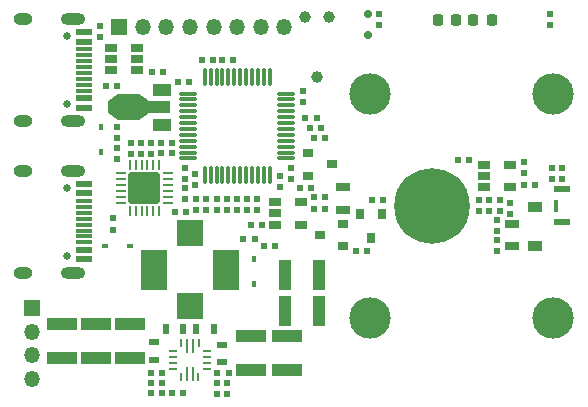
<source format=gts>
G04 #@! TF.GenerationSoftware,KiCad,Pcbnew,6.0.2+dfsg-1*
G04 #@! TF.CreationDate,2022-08-31T22:25:43-07:00*
G04 #@! TF.ProjectId,OPS,4f50532e-6b69-4636-9164-5f7063625858,rev?*
G04 #@! TF.SameCoordinates,Original*
G04 #@! TF.FileFunction,Soldermask,Top*
G04 #@! TF.FilePolarity,Negative*
%FSLAX46Y46*%
G04 Gerber Fmt 4.6, Leading zero omitted, Abs format (unit mm)*
G04 Created by KiCad (PCBNEW 6.0.2+dfsg-1) date 2022-08-31 22:25:43*
%MOMM*%
%LPD*%
G01*
G04 APERTURE LIST*
G04 Aperture macros list*
%AMRoundRect*
0 Rectangle with rounded corners*
0 $1 Rounding radius*
0 $2 $3 $4 $5 $6 $7 $8 $9 X,Y pos of 4 corners*
0 Add a 4 corners polygon primitive as box body*
4,1,4,$2,$3,$4,$5,$6,$7,$8,$9,$2,$3,0*
0 Add four circle primitives for the rounded corners*
1,1,$1+$1,$2,$3*
1,1,$1+$1,$4,$5*
1,1,$1+$1,$6,$7*
1,1,$1+$1,$8,$9*
0 Add four rect primitives between the rounded corners*
20,1,$1+$1,$2,$3,$4,$5,0*
20,1,$1+$1,$4,$5,$6,$7,0*
20,1,$1+$1,$6,$7,$8,$9,0*
20,1,$1+$1,$8,$9,$2,$3,0*%
%AMOutline4P*
0 Free polygon, 4 corners , with rotation*
0 The origin of the aperture is its center*
0 number of corners: always 4*
0 $1 to $8 corner X, Y*
0 $9 Rotation angle, in degrees counterclockwise*
0 create outline with 4 corners*
4,1,4,$1,$2,$3,$4,$5,$6,$7,$8,$1,$2,$9*%
G04 Aperture macros list end*
%ADD10R,2.285000X3.430000*%
%ADD11R,2.285000X2.285000*%
%ADD12C,3.500000*%
%ADD13C,0.650000*%
%ADD14R,1.450000X0.600000*%
%ADD15R,1.450000X0.300000*%
%ADD16O,2.100000X1.000000*%
%ADD17O,1.600000X1.000000*%
%ADD18R,2.600000X1.000000*%
%ADD19R,1.300000X0.700000*%
%ADD20R,1.000000X2.600000*%
%ADD21R,0.450000X0.600000*%
%ADD22R,0.600000X0.500000*%
%ADD23R,0.500000X0.600000*%
%ADD24R,0.600000X0.900000*%
%ADD25R,0.900000X0.600000*%
%ADD26R,1.200000X0.900000*%
%ADD27R,0.800000X0.900000*%
%ADD28R,0.900000X0.800000*%
%ADD29RoundRect,0.062500X-0.350000X-0.062500X0.350000X-0.062500X0.350000X0.062500X-0.350000X0.062500X0*%
%ADD30RoundRect,0.062500X-0.062500X-0.350000X0.062500X-0.350000X0.062500X0.350000X-0.062500X0.350000X0*%
%ADD31RoundRect,0.250001X-1.099999X-1.099999X1.099999X-1.099999X1.099999X1.099999X-1.099999X1.099999X0*%
%ADD32R,1.500000X1.000000*%
%ADD33R,1.800000X1.000000*%
%ADD34R,1.840000X2.200000*%
%ADD35Outline4P,-1.100000X-0.425000X1.100000X-0.425000X0.500000X0.425000X-0.500000X0.425000X90.000000*%
%ADD36Outline4P,-1.100000X-0.500000X1.100000X-0.500000X0.400000X0.500000X-0.400000X0.500000X270.000000*%
%ADD37RoundRect,0.075000X-0.662500X-0.075000X0.662500X-0.075000X0.662500X0.075000X-0.662500X0.075000X0*%
%ADD38RoundRect,0.075000X-0.075000X-0.662500X0.075000X-0.662500X0.075000X0.662500X-0.075000X0.662500X0*%
%ADD39R,0.800000X0.250000*%
%ADD40R,0.700000X0.250000*%
%ADD41R,0.250000X0.700000*%
%ADD42R,0.250000X1.200000*%
%ADD43R,1.060000X0.650000*%
%ADD44RoundRect,0.218750X-0.218750X-0.256250X0.218750X-0.256250X0.218750X0.256250X-0.218750X0.256250X0*%
%ADD45RoundRect,0.218750X0.218750X0.256250X-0.218750X0.256250X-0.218750X-0.256250X0.218750X-0.256250X0*%
%ADD46R,1.350000X1.350000*%
%ADD47O,1.350000X1.350000*%
%ADD48R,1.410000X0.600000*%
%ADD49R,0.430000X1.080000*%
%ADD50C,6.400000*%
%ADD51R,0.600000X0.450000*%
%ADD52C,0.988060*%
%ADD53C,0.985520*%
%ADD54C,0.700000*%
G04 APERTURE END LIST*
D10*
X62947500Y-72900000D03*
X69052500Y-72900000D03*
D11*
X66000000Y-75952500D03*
X66000000Y-69847500D03*
D12*
X96750000Y-58000000D03*
X81250000Y-58000000D03*
X96750000Y-77000000D03*
X81250000Y-77000000D03*
D13*
X55555000Y-53110000D03*
X55555000Y-58890000D03*
D14*
X57000000Y-52800000D03*
X57000000Y-53600000D03*
D15*
X57000000Y-54750000D03*
X57000000Y-55750000D03*
X57000000Y-56250000D03*
X57000000Y-57250000D03*
D14*
X57000000Y-53600000D03*
X57000000Y-52800000D03*
X57000000Y-59200000D03*
X57000000Y-58400000D03*
D15*
X57000000Y-57750000D03*
X57000000Y-56750000D03*
X57000000Y-55250000D03*
X57000000Y-54250000D03*
D14*
X57000000Y-58400000D03*
X57000000Y-59200000D03*
D16*
X56085000Y-51680000D03*
D17*
X51905000Y-60320000D03*
X51905000Y-51680000D03*
D16*
X56085000Y-60320000D03*
D13*
X55555000Y-65960000D03*
X55555000Y-71740000D03*
D14*
X57000000Y-65650000D03*
X57000000Y-66450000D03*
D15*
X57000000Y-67600000D03*
X57000000Y-68600000D03*
X57000000Y-69100000D03*
X57000000Y-70100000D03*
D14*
X57000000Y-66450000D03*
X57000000Y-65650000D03*
X57000000Y-72050000D03*
X57000000Y-71250000D03*
D15*
X57000000Y-70600000D03*
X57000000Y-69600000D03*
X57000000Y-68100000D03*
X57000000Y-67100000D03*
D14*
X57000000Y-71250000D03*
X57000000Y-72050000D03*
D16*
X56085000Y-64530000D03*
D17*
X51905000Y-73170000D03*
X51905000Y-64530000D03*
D16*
X56085000Y-73170000D03*
D18*
X55150000Y-77500000D03*
X55150000Y-80400000D03*
X58050000Y-77500000D03*
X58050000Y-80400000D03*
X60950000Y-77500000D03*
X60950000Y-80400000D03*
X74200000Y-78550000D03*
X74200000Y-81450000D03*
D19*
X93250000Y-69050000D03*
X93250000Y-70950000D03*
D18*
X71200000Y-78550000D03*
X71200000Y-81450000D03*
D20*
X74050000Y-76400000D03*
X76950000Y-76400000D03*
X74050000Y-73400000D03*
X76950000Y-73400000D03*
D21*
X58500000Y-60850000D03*
X58500000Y-62950000D03*
D22*
X62700000Y-63088750D03*
X62700000Y-62148750D03*
X61000000Y-63088750D03*
X61000000Y-62148750D03*
X59850000Y-63520000D03*
X59850000Y-62580000D03*
X61850000Y-63088750D03*
X61850000Y-62148750D03*
X59850000Y-61795000D03*
X59850000Y-60855000D03*
D23*
X63745000Y-56200000D03*
X62805000Y-56200000D03*
D22*
X65550000Y-64280000D03*
X65550000Y-65220000D03*
D23*
X63670000Y-82500000D03*
X62730000Y-82500000D03*
X68330000Y-81700000D03*
X69270000Y-81700000D03*
D24*
X63950000Y-77900000D03*
X65450000Y-77900000D03*
D25*
X68700000Y-79250000D03*
X68700000Y-80750000D03*
D22*
X69100000Y-83470000D03*
X69100000Y-82530000D03*
X75600000Y-57780000D03*
X75600000Y-58720000D03*
X66450000Y-64830000D03*
X66450000Y-65770000D03*
D23*
X64980000Y-57050000D03*
X65920000Y-57050000D03*
X67030000Y-55200000D03*
X67970000Y-55200000D03*
D22*
X73650000Y-65920000D03*
X73650000Y-64980000D03*
D26*
X95250000Y-67600000D03*
X95250000Y-70900000D03*
D27*
X82288827Y-68200000D03*
X80388827Y-68200000D03*
X81338827Y-70200000D03*
D28*
X79000000Y-70950000D03*
X79000000Y-69050000D03*
X77000000Y-70000000D03*
D22*
X58350000Y-52305000D03*
X58350000Y-53245000D03*
D23*
X58880000Y-57350000D03*
X59820000Y-57350000D03*
X64730000Y-68050000D03*
X65670000Y-68050000D03*
D22*
X59450000Y-69520000D03*
X59450000Y-68580000D03*
D23*
X69670000Y-55200000D03*
X68730000Y-55200000D03*
D22*
X70800000Y-67870000D03*
X70800000Y-66930000D03*
X71650000Y-67870000D03*
X71650000Y-66930000D03*
X74550000Y-65270000D03*
X74550000Y-64330000D03*
D23*
X77070000Y-60900000D03*
X76130000Y-60900000D03*
X62730000Y-81650000D03*
X63670000Y-81650000D03*
D22*
X65550000Y-66970000D03*
X65550000Y-66030000D03*
D23*
X63530000Y-63050000D03*
X64470000Y-63050000D03*
X65420000Y-83350000D03*
X64480000Y-83350000D03*
X63670000Y-83350000D03*
X62730000Y-83350000D03*
D22*
X68250000Y-83470000D03*
X68250000Y-82530000D03*
D23*
X81380000Y-67050000D03*
X82320000Y-67050000D03*
X72280000Y-70950000D03*
X73220000Y-70950000D03*
X76530000Y-67750000D03*
X77470000Y-67750000D03*
X71130000Y-69100000D03*
X72070000Y-69100000D03*
D19*
X79000000Y-67850000D03*
X79000000Y-65950000D03*
D23*
X76530000Y-66750000D03*
X77470000Y-66750000D03*
D22*
X92000000Y-68730000D03*
X92000000Y-69670000D03*
X92000000Y-70430000D03*
X92000000Y-71370000D03*
X96650000Y-65270000D03*
X96650000Y-64330000D03*
X97500000Y-65270000D03*
X97500000Y-64330000D03*
D29*
X60187500Y-64768750D03*
X60187500Y-65268750D03*
X60187500Y-65768750D03*
X60187500Y-66268750D03*
X60187500Y-66768750D03*
X60187500Y-67268750D03*
D30*
X60900000Y-67981250D03*
X61400000Y-67981250D03*
X61900000Y-67981250D03*
X62400000Y-67981250D03*
X62900000Y-67981250D03*
X63400000Y-67981250D03*
D29*
X64112500Y-67268750D03*
X64112500Y-66768750D03*
X64112500Y-66268750D03*
X64112500Y-65768750D03*
X64112500Y-65268750D03*
X64112500Y-64768750D03*
D30*
X63400000Y-64056250D03*
X62900000Y-64056250D03*
X62400000Y-64056250D03*
X61900000Y-64056250D03*
X61400000Y-64056250D03*
X60900000Y-64056250D03*
D31*
X62150000Y-66018750D03*
D32*
X63603800Y-60668750D03*
D33*
X63457300Y-59168750D03*
D34*
X60790300Y-59168750D03*
D35*
X59456800Y-59168750D03*
D36*
X62200000Y-59168750D03*
D32*
X63603800Y-57668750D03*
D37*
X65837500Y-58000000D03*
X65837500Y-58500000D03*
X65837500Y-59000000D03*
X65837500Y-59500000D03*
X65837500Y-60000000D03*
X65837500Y-60500000D03*
X65837500Y-61000000D03*
X65837500Y-61500000D03*
X65837500Y-62000000D03*
X65837500Y-62500000D03*
X65837500Y-63000000D03*
X65837500Y-63500000D03*
D38*
X67250000Y-64912500D03*
X67750000Y-64912500D03*
X68250000Y-64912500D03*
X68750000Y-64912500D03*
X69250000Y-64912500D03*
X69750000Y-64912500D03*
X70250000Y-64912500D03*
X70750000Y-64912500D03*
X71250000Y-64912500D03*
X71750000Y-64912500D03*
X72250000Y-64912500D03*
X72750000Y-64912500D03*
D37*
X74162500Y-63500000D03*
X74162500Y-63000000D03*
X74162500Y-62500000D03*
X74162500Y-62000000D03*
X74162500Y-61500000D03*
X74162500Y-61000000D03*
X74162500Y-60500000D03*
X74162500Y-60000000D03*
X74162500Y-59500000D03*
X74162500Y-59000000D03*
X74162500Y-58500000D03*
X74162500Y-58000000D03*
D38*
X72750000Y-56587500D03*
X72250000Y-56587500D03*
X71750000Y-56587500D03*
X71250000Y-56587500D03*
X70750000Y-56587500D03*
X70250000Y-56587500D03*
X69750000Y-56587500D03*
X69250000Y-56587500D03*
X68750000Y-56587500D03*
X68250000Y-56587500D03*
X67750000Y-56587500D03*
X67250000Y-56587500D03*
D39*
X64600000Y-79800000D03*
D40*
X64550000Y-80300000D03*
X64550000Y-80800000D03*
X64550000Y-81300000D03*
D41*
X65250000Y-82000000D03*
D42*
X65750000Y-81750000D03*
X66250000Y-81750000D03*
D41*
X66700000Y-82000000D03*
D40*
X67450000Y-81300000D03*
X67450000Y-80800000D03*
X67450000Y-80300000D03*
X67450000Y-79800000D03*
D41*
X66750000Y-79100000D03*
D42*
X66250000Y-79350000D03*
X65750000Y-79350000D03*
D41*
X65250000Y-79100000D03*
D43*
X59325000Y-54125000D03*
X59325000Y-55075000D03*
X59325000Y-56025000D03*
X61525000Y-56025000D03*
X61525000Y-55075000D03*
X61525000Y-54125000D03*
X73175000Y-67200000D03*
X73175000Y-68150000D03*
X73175000Y-69100000D03*
X75375000Y-69100000D03*
X75375000Y-67200000D03*
D22*
X67400000Y-66930000D03*
X67400000Y-67870000D03*
X93100000Y-68170000D03*
X93100000Y-67230000D03*
X91350000Y-67970000D03*
X91350000Y-67030000D03*
D44*
X86962500Y-51750000D03*
X88537500Y-51750000D03*
D45*
X91537500Y-51750000D03*
X89962500Y-51750000D03*
D46*
X52600000Y-76150000D03*
D47*
X52600000Y-78150000D03*
X52600000Y-80150000D03*
X52600000Y-82150000D03*
D46*
X60000000Y-52400000D03*
D47*
X62000000Y-52400000D03*
X64000000Y-52400000D03*
X66000000Y-52400000D03*
X68000000Y-52400000D03*
X70000000Y-52400000D03*
X72000000Y-52400000D03*
X74000000Y-52400000D03*
D22*
X82000000Y-51280000D03*
X82000000Y-52220000D03*
X96500000Y-51280000D03*
X96500000Y-52220000D03*
D23*
X76720000Y-60050000D03*
X75780000Y-60050000D03*
X76220000Y-66000000D03*
X75280000Y-66000000D03*
X95190000Y-65750000D03*
X94250000Y-65750000D03*
D22*
X92250000Y-67970000D03*
X92250000Y-67030000D03*
X90500000Y-67970000D03*
X90500000Y-67030000D03*
D23*
X89620000Y-63650000D03*
X88680000Y-63650000D03*
D28*
X76000000Y-63050000D03*
X76000000Y-64950000D03*
X78000000Y-64000000D03*
D43*
X90900000Y-64050000D03*
X90900000Y-65000000D03*
X90900000Y-65950000D03*
X93100000Y-65950000D03*
X93100000Y-64050000D03*
D48*
X97490000Y-68900000D03*
D49*
X97000000Y-67500000D03*
D48*
X97490000Y-66100000D03*
D50*
X86500000Y-67500000D03*
D23*
X76530000Y-61750000D03*
X77470000Y-61750000D03*
D22*
X94250000Y-63780000D03*
X94250000Y-64720000D03*
X69950000Y-66930000D03*
X69950000Y-67870000D03*
X69100000Y-66930000D03*
X69100000Y-67870000D03*
X68250000Y-66930000D03*
X68250000Y-67870000D03*
X66550000Y-66930000D03*
X66550000Y-67870000D03*
D25*
X63000000Y-79050000D03*
X63000000Y-80550000D03*
D24*
X68050000Y-77900000D03*
X66550000Y-77900000D03*
D23*
X64470000Y-62150000D03*
X63530000Y-62150000D03*
X80030000Y-71300000D03*
X80970000Y-71300000D03*
X70530000Y-70350000D03*
X71470000Y-70350000D03*
D21*
X71450000Y-74100000D03*
X71450000Y-72000000D03*
D51*
X60950000Y-70950000D03*
X58850000Y-70950000D03*
D52*
X76800000Y-56640000D03*
D53*
X77816000Y-51560000D03*
X75784000Y-51560000D03*
D54*
X81075000Y-51250000D03*
X81075000Y-53050000D03*
M02*

</source>
